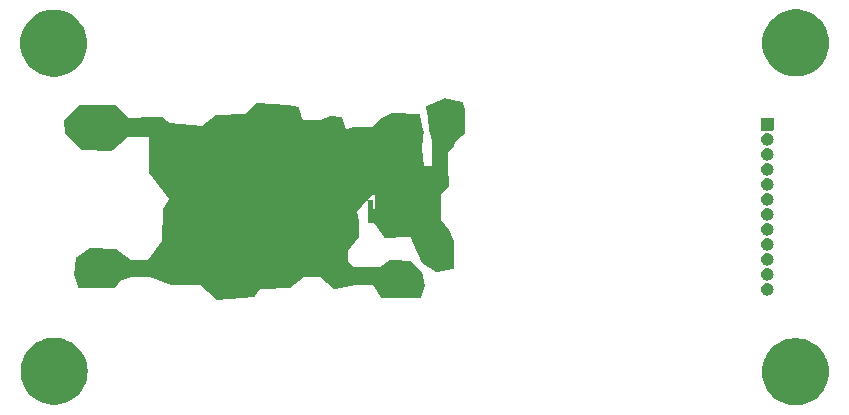
<source format=gbs>
%TF.GenerationSoftware,KiCad,Pcbnew,8.0.1*%
%TF.CreationDate,2024-09-25T00:59:11+02:00*%
%TF.ProjectId,speckle_amp_pcb_rev1,73706563-6b6c-4655-9f61-6d705f706362,rev?*%
%TF.SameCoordinates,Original*%
%TF.FileFunction,Soldermask,Bot*%
%TF.FilePolarity,Negative*%
%FSLAX46Y46*%
G04 Gerber Fmt 4.6, Leading zero omitted, Abs format (unit mm)*
G04 Created by KiCad (PCBNEW 8.0.1) date 2024-09-25 00:59:11*
%MOMM*%
%LPD*%
G01*
G04 APERTURE LIST*
G04 APERTURE END LIST*
G36*
X213243161Y-116203146D02*
G01*
X213564521Y-116279310D01*
X213874867Y-116392266D01*
X214170000Y-116540488D01*
X214445930Y-116721970D01*
X214698926Y-116934259D01*
X214925566Y-117174483D01*
X215122785Y-117439395D01*
X215287917Y-117725410D01*
X215418727Y-118028663D01*
X215513447Y-118345051D01*
X215570797Y-118670296D01*
X215590000Y-119000000D01*
X215570797Y-119329704D01*
X215513447Y-119654949D01*
X215418727Y-119971337D01*
X215287917Y-120274590D01*
X215122785Y-120560605D01*
X214925566Y-120825517D01*
X214698926Y-121065741D01*
X214445930Y-121278030D01*
X214170000Y-121459512D01*
X213874867Y-121607734D01*
X213564521Y-121720690D01*
X213243161Y-121796854D01*
X212915131Y-121835195D01*
X212584869Y-121835195D01*
X212256839Y-121796854D01*
X211935479Y-121720690D01*
X211625133Y-121607734D01*
X211330000Y-121459512D01*
X211054070Y-121278030D01*
X210801074Y-121065741D01*
X210574434Y-120825517D01*
X210377215Y-120560605D01*
X210212083Y-120274590D01*
X210081273Y-119971337D01*
X209986553Y-119654949D01*
X209929203Y-119329704D01*
X209910000Y-119000000D01*
X209929203Y-118670296D01*
X209986553Y-118345051D01*
X210081273Y-118028663D01*
X210212083Y-117725410D01*
X210377215Y-117439395D01*
X210574434Y-117174483D01*
X210801074Y-116934259D01*
X211054070Y-116721970D01*
X211330000Y-116540488D01*
X211625133Y-116392266D01*
X211935479Y-116279310D01*
X212256839Y-116203146D01*
X212584869Y-116164805D01*
X212915131Y-116164805D01*
X213243161Y-116203146D01*
G37*
G36*
X150468161Y-116178146D02*
G01*
X150789521Y-116254310D01*
X151099867Y-116367266D01*
X151395000Y-116515488D01*
X151670930Y-116696970D01*
X151923926Y-116909259D01*
X152150566Y-117149483D01*
X152347785Y-117414395D01*
X152512917Y-117700410D01*
X152643727Y-118003663D01*
X152738447Y-118320051D01*
X152795797Y-118645296D01*
X152815000Y-118975000D01*
X152795797Y-119304704D01*
X152738447Y-119629949D01*
X152643727Y-119946337D01*
X152512917Y-120249590D01*
X152347785Y-120535605D01*
X152150566Y-120800517D01*
X151923926Y-121040741D01*
X151670930Y-121253030D01*
X151395000Y-121434512D01*
X151099867Y-121582734D01*
X150789521Y-121695690D01*
X150468161Y-121771854D01*
X150140131Y-121810195D01*
X149809869Y-121810195D01*
X149481839Y-121771854D01*
X149160479Y-121695690D01*
X148850133Y-121582734D01*
X148555000Y-121434512D01*
X148279070Y-121253030D01*
X148026074Y-121040741D01*
X147799434Y-120800517D01*
X147602215Y-120535605D01*
X147437083Y-120249590D01*
X147306273Y-119946337D01*
X147211553Y-119629949D01*
X147154203Y-119304704D01*
X147135000Y-118975000D01*
X147154203Y-118645296D01*
X147211553Y-118320051D01*
X147306273Y-118003663D01*
X147437083Y-117700410D01*
X147602215Y-117414395D01*
X147799434Y-117149483D01*
X148026074Y-116909259D01*
X148279070Y-116696970D01*
X148555000Y-116515488D01*
X148850133Y-116367266D01*
X149160479Y-116254310D01*
X149481839Y-116178146D01*
X149809869Y-116139805D01*
X150140131Y-116139805D01*
X150468161Y-116178146D01*
G37*
G36*
X182969774Y-95871933D02*
G01*
X182969952Y-95871913D01*
X182971010Y-95872117D01*
X182971018Y-95872119D01*
X184513491Y-96170662D01*
X184513492Y-96170662D01*
X184519952Y-96171913D01*
X184548418Y-96187662D01*
X184567666Y-96197031D01*
X184569047Y-96199075D01*
X184576735Y-96203329D01*
X184599612Y-96241796D01*
X184799612Y-96841796D01*
X184805000Y-96875000D01*
X184805000Y-98775000D01*
X184794938Y-98805965D01*
X184788992Y-98828158D01*
X184786997Y-98830407D01*
X184784947Y-98836717D01*
X184763000Y-98859000D01*
X184508046Y-99050215D01*
X183992270Y-99437047D01*
X183983902Y-99447965D01*
X183927088Y-99590000D01*
X183797490Y-99913996D01*
X183778046Y-99945241D01*
X183660552Y-100075789D01*
X183359898Y-100409849D01*
X183353297Y-100426205D01*
X183329677Y-101111183D01*
X183308675Y-101720238D01*
X183305254Y-101819428D01*
X183305381Y-101822957D01*
X183431677Y-103001716D01*
X183454402Y-103213814D01*
X183447696Y-103245677D01*
X183444147Y-103268383D01*
X183442401Y-103270835D01*
X183441038Y-103277317D01*
X183421643Y-103301761D01*
X183247195Y-103464578D01*
X182714548Y-103961717D01*
X182706250Y-103981393D01*
X182717735Y-104509693D01*
X182754025Y-106179023D01*
X182759522Y-106194345D01*
X183382477Y-106985018D01*
X183394420Y-107004066D01*
X183844420Y-107929066D01*
X183855000Y-107975000D01*
X183855000Y-110200000D01*
X183844938Y-110230964D01*
X183839405Y-110251617D01*
X183837662Y-110253359D01*
X183834947Y-110261717D01*
X183814314Y-110276707D01*
X183799609Y-110291413D01*
X183787768Y-110295994D01*
X183782447Y-110299861D01*
X183772383Y-110302587D01*
X182397383Y-110602587D01*
X182364972Y-110599356D01*
X182340271Y-110598195D01*
X182336803Y-110596548D01*
X182332809Y-110596150D01*
X182317642Y-110587949D01*
X181167642Y-109837949D01*
X181136337Y-109800495D01*
X181128968Y-109792279D01*
X181128341Y-109790929D01*
X181128269Y-109790842D01*
X181127940Y-109790064D01*
X181127934Y-109790050D01*
X180401839Y-108070350D01*
X180213227Y-107623639D01*
X180187426Y-107606928D01*
X179813383Y-107615059D01*
X177977282Y-107654975D01*
X177946099Y-107645587D01*
X177924310Y-107640254D01*
X177922206Y-107638394D01*
X177915143Y-107636268D01*
X177889826Y-107611404D01*
X177886567Y-107606883D01*
X177886563Y-107606880D01*
X177118676Y-106541745D01*
X177118675Y-106541743D01*
X177114826Y-106536404D01*
X177104882Y-106505412D01*
X177095374Y-106480366D01*
X177095130Y-106475015D01*
X177095001Y-106474613D01*
X177095005Y-106473950D01*
X177119013Y-104073023D01*
X177099423Y-104046219D01*
X176949754Y-104000167D01*
X176921608Y-104007949D01*
X176811762Y-104130000D01*
X176570926Y-104397596D01*
X176543145Y-104428463D01*
X176578750Y-104491154D01*
X176587681Y-104489389D01*
X176589693Y-104488045D01*
X176605000Y-104485000D01*
X176955000Y-104485000D01*
X176970307Y-104488045D01*
X176983284Y-104496716D01*
X176991955Y-104509693D01*
X176995000Y-104525000D01*
X176995000Y-106375000D01*
X176991955Y-106390307D01*
X176983284Y-106403284D01*
X176970307Y-106411955D01*
X176955000Y-106415000D01*
X176605000Y-106415000D01*
X176589693Y-106411955D01*
X176576716Y-106403284D01*
X176568045Y-106390307D01*
X176565000Y-106375000D01*
X176565000Y-104525000D01*
X176565000Y-104500108D01*
X176500828Y-104475482D01*
X175668569Y-105400215D01*
X175667097Y-105401850D01*
X175660533Y-105422063D01*
X175754423Y-106314008D01*
X175755000Y-106325000D01*
X175755000Y-107625000D01*
X175744938Y-107655964D01*
X175738178Y-107681196D01*
X175735465Y-107685121D01*
X175734947Y-107686717D01*
X175731266Y-107691490D01*
X174860819Y-108755368D01*
X174855000Y-108771673D01*
X174855000Y-109577654D01*
X174860973Y-109594151D01*
X175291312Y-110110559D01*
X175311469Y-110120000D01*
X177559533Y-110120000D01*
X177573993Y-110115518D01*
X178415620Y-109538403D01*
X178446837Y-109529192D01*
X178471440Y-109520509D01*
X178476181Y-109520534D01*
X178477860Y-109520039D01*
X178484229Y-109520406D01*
X178688195Y-109538403D01*
X180177670Y-109669827D01*
X180184229Y-109670406D01*
X180214174Y-109683143D01*
X180238408Y-109691984D01*
X180241843Y-109694913D01*
X180243945Y-109695807D01*
X180250346Y-109701870D01*
X180830749Y-110299861D01*
X181005798Y-110480215D01*
X181075346Y-110551870D01*
X181101997Y-110600067D01*
X181376997Y-111725067D01*
X181374328Y-111768769D01*
X181373976Y-111784731D01*
X181373214Y-111787007D01*
X181373205Y-111787159D01*
X181023205Y-112712159D01*
X181002838Y-112737556D01*
X180990352Y-112754917D01*
X180988104Y-112755930D01*
X180982608Y-112762785D01*
X180953851Y-112771378D01*
X180937313Y-112778837D01*
X180925752Y-112779774D01*
X180925000Y-112780000D01*
X180922980Y-112780000D01*
X177756582Y-112780000D01*
X177750000Y-112780000D01*
X177719041Y-112769941D01*
X177697683Y-112764218D01*
X177695727Y-112762365D01*
X177688283Y-112759947D01*
X177662051Y-112732358D01*
X177288545Y-112159649D01*
X176950994Y-111642072D01*
X176928709Y-111630000D01*
X175438063Y-111630000D01*
X175433080Y-111630499D01*
X173720879Y-111977903D01*
X173688527Y-111974199D01*
X173665405Y-111972773D01*
X173662725Y-111971246D01*
X173656406Y-111970523D01*
X173631370Y-111954466D01*
X173627679Y-111951279D01*
X173627678Y-111951278D01*
X172568202Y-111036276D01*
X172551333Y-111030000D01*
X171048076Y-111030000D01*
X171031372Y-111036139D01*
X170068003Y-111855004D01*
X170037888Y-111867394D01*
X170013839Y-111878796D01*
X170008675Y-111879414D01*
X170007991Y-111879696D01*
X170006048Y-111879826D01*
X167467904Y-112026257D01*
X167448219Y-112036976D01*
X167009776Y-112636952D01*
X166983384Y-112656015D01*
X166964891Y-112670907D01*
X166961656Y-112671710D01*
X166957171Y-112674950D01*
X166932422Y-112679737D01*
X163757422Y-112904737D01*
X163725826Y-112896890D01*
X163701981Y-112892279D01*
X163699023Y-112890234D01*
X163694442Y-112889097D01*
X163677905Y-112876336D01*
X163675139Y-112873724D01*
X163675135Y-112873721D01*
X162365746Y-111637075D01*
X162347951Y-111630000D01*
X159900000Y-111630000D01*
X159866796Y-111624612D01*
X158086832Y-111031290D01*
X158078877Y-111030000D01*
X156522658Y-111030000D01*
X156514149Y-111031481D01*
X155591202Y-111362795D01*
X155580957Y-111369655D01*
X155366456Y-111606734D01*
X155127861Y-111870446D01*
X155099611Y-111886665D01*
X155079219Y-111899839D01*
X155075669Y-111900412D01*
X155071584Y-111902758D01*
X155050897Y-111904996D01*
X152125897Y-111929996D01*
X152094849Y-111920200D01*
X152074148Y-111914843D01*
X152072389Y-111913114D01*
X152064011Y-111910471D01*
X152047062Y-111888217D01*
X152032834Y-111874230D01*
X152026990Y-111861862D01*
X152026392Y-111861076D01*
X151810577Y-111271183D01*
X151653497Y-110841831D01*
X151653496Y-110841829D01*
X151651392Y-110836076D01*
X151645985Y-110785653D01*
X151646822Y-110779582D01*
X151845085Y-109342172D01*
X151845086Y-109342169D01*
X151845985Y-109335653D01*
X151860170Y-109306379D01*
X151869311Y-109284690D01*
X151871722Y-109282538D01*
X151874283Y-109277254D01*
X151895406Y-109260309D01*
X151899289Y-109257945D01*
X151899293Y-109257942D01*
X153039784Y-108563731D01*
X153039784Y-108563730D01*
X153045406Y-108560309D01*
X153100161Y-108546042D01*
X153103409Y-108545091D01*
X153103803Y-108545093D01*
X153103886Y-108545072D01*
X153104610Y-108545098D01*
X153104636Y-108545099D01*
X155122310Y-108619828D01*
X155122311Y-108619828D01*
X155128886Y-108620072D01*
X155183244Y-108637635D01*
X155185928Y-108639424D01*
X155185930Y-108639425D01*
X156500355Y-109515709D01*
X156514527Y-109520000D01*
X157908291Y-109520000D01*
X157929625Y-109509172D01*
X159091257Y-107920817D01*
X159096179Y-107906435D01*
X159169856Y-105278639D01*
X159169856Y-105278637D01*
X159170041Y-105272057D01*
X159187635Y-105216756D01*
X159188857Y-105214921D01*
X159188859Y-105214918D01*
X159648805Y-104525000D01*
X159733740Y-104397595D01*
X159732300Y-104364928D01*
X158072222Y-102295845D01*
X158072221Y-102295842D01*
X158068102Y-102290709D01*
X158056575Y-102260271D01*
X158046004Y-102236236D01*
X158045632Y-102231375D01*
X158045120Y-102230021D01*
X158045000Y-102225000D01*
X158045000Y-99134289D01*
X158015711Y-99105000D01*
X156226113Y-99105000D01*
X156208570Y-99111851D01*
X154971157Y-100252212D01*
X154941555Y-100265803D01*
X154919218Y-100277513D01*
X154915106Y-100277948D01*
X154912183Y-100279291D01*
X154898960Y-100279995D01*
X152373960Y-100254995D01*
X152343092Y-100244626D01*
X152318707Y-100237833D01*
X152315359Y-100235311D01*
X152312445Y-100234332D01*
X152302825Y-100226261D01*
X150902825Y-98901261D01*
X150887261Y-98872687D01*
X150874276Y-98851561D01*
X150873674Y-98847743D01*
X150871784Y-98844273D01*
X150870028Y-98827441D01*
X150869352Y-98798400D01*
X150845181Y-97759023D01*
X150845181Y-97759022D01*
X150845028Y-97752441D01*
X150854360Y-97721269D01*
X150860193Y-97697284D01*
X150862456Y-97694229D01*
X150863641Y-97690274D01*
X150874992Y-97676523D01*
X150877398Y-97674066D01*
X150877401Y-97674063D01*
X152070385Y-96456225D01*
X152070387Y-96456223D01*
X152074992Y-96451523D01*
X152103824Y-96436455D01*
X152125109Y-96423873D01*
X152128895Y-96423354D01*
X152132506Y-96421468D01*
X152150000Y-96420000D01*
X155075000Y-96420000D01*
X155105958Y-96430058D01*
X155130508Y-96436637D01*
X155133938Y-96439150D01*
X155136717Y-96440053D01*
X155145876Y-96447530D01*
X156282878Y-97487766D01*
X156300583Y-97494555D01*
X158306006Y-97477117D01*
X159117504Y-97470061D01*
X159124087Y-97470004D01*
X159160026Y-97481059D01*
X159181316Y-97486566D01*
X159184578Y-97488611D01*
X159184767Y-97488670D01*
X159185691Y-97489310D01*
X159185693Y-97489311D01*
X159807628Y-97919880D01*
X159819300Y-97924242D01*
X162457829Y-98214722D01*
X162476851Y-98209226D01*
X163654461Y-97271944D01*
X163654463Y-97271943D01*
X163659612Y-97267845D01*
X163690086Y-97256440D01*
X163714566Y-97245788D01*
X163719805Y-97245319D01*
X163720389Y-97245101D01*
X163721883Y-97245046D01*
X163723345Y-97245002D01*
X163723363Y-97245001D01*
X166192857Y-97171650D01*
X166210947Y-97163548D01*
X167069249Y-96257563D01*
X167069252Y-96257560D01*
X167073775Y-96252787D01*
X167102353Y-96237238D01*
X167122502Y-96224869D01*
X167125760Y-96224504D01*
X167130779Y-96221774D01*
X167156919Y-96220228D01*
X167161357Y-96220521D01*
X167161358Y-96220521D01*
X169805057Y-96395105D01*
X169806919Y-96395228D01*
X169822438Y-96397425D01*
X169824258Y-96397823D01*
X169824257Y-96397823D01*
X170616007Y-96571018D01*
X170622438Y-96572425D01*
X170650537Y-96588870D01*
X170669530Y-96598690D01*
X170670859Y-96600764D01*
X170678445Y-96605204D01*
X170700057Y-96643164D01*
X170702045Y-96649412D01*
X170702046Y-96649414D01*
X170900124Y-97271944D01*
X170990162Y-97554923D01*
X171020644Y-97650722D01*
X171047008Y-97670000D01*
X172527699Y-97670000D01*
X172536080Y-97668564D01*
X173360348Y-97377646D01*
X173360352Y-97377645D01*
X173365054Y-97375986D01*
X173406166Y-97370181D01*
X173411147Y-97370474D01*
X173411148Y-97370474D01*
X174249596Y-97419794D01*
X174249597Y-97419794D01*
X174256166Y-97420181D01*
X174286466Y-97432035D01*
X174306778Y-97438779D01*
X174308417Y-97440623D01*
X174316599Y-97443824D01*
X174337524Y-97473368D01*
X174345824Y-97482706D01*
X174348443Y-97488785D01*
X174348678Y-97489117D01*
X174421826Y-97690274D01*
X174703060Y-98463668D01*
X174740392Y-98481220D01*
X175310637Y-98277562D01*
X175310640Y-98277561D01*
X175314685Y-98276117D01*
X175350000Y-98270000D01*
X176852654Y-98270000D01*
X176869151Y-98264027D01*
X177730333Y-97546375D01*
X177730343Y-97546368D01*
X177732781Y-97544337D01*
X177755291Y-97529994D01*
X177758166Y-97528640D01*
X177758174Y-97528636D01*
X178600033Y-97132467D01*
X178600038Y-97132465D01*
X178605291Y-97129994D01*
X178652386Y-97120027D01*
X178658194Y-97120159D01*
X180845803Y-97169877D01*
X180845804Y-97169877D01*
X180852386Y-97170027D01*
X180883108Y-97180786D01*
X180903636Y-97186790D01*
X180905339Y-97188572D01*
X180913632Y-97191477D01*
X180928146Y-97212440D01*
X180942755Y-97227729D01*
X180947541Y-97240454D01*
X180950572Y-97244831D01*
X180952500Y-97252222D01*
X181252500Y-98602222D01*
X181254751Y-98632224D01*
X181216957Y-99180238D01*
X181155472Y-100071765D01*
X181155519Y-100075789D01*
X181293345Y-101568890D01*
X181321976Y-101595000D01*
X181903878Y-101595000D01*
X181911836Y-101593708D01*
X181950037Y-101580973D01*
X181968942Y-101554435D01*
X181945163Y-99390521D01*
X181944499Y-99385058D01*
X181885494Y-99134289D01*
X181747791Y-98549049D01*
X181745852Y-98538352D01*
X181615514Y-97521716D01*
X181496689Y-96594882D01*
X181496689Y-96594881D01*
X181495852Y-96588352D01*
X181501893Y-96556364D01*
X181504757Y-96535169D01*
X181506264Y-96533217D01*
X181507895Y-96524586D01*
X181526444Y-96507101D01*
X181539771Y-96489856D01*
X181553145Y-96481935D01*
X181555118Y-96480076D01*
X181557355Y-96479050D01*
X181560008Y-96477870D01*
X181560013Y-96477868D01*
X182901340Y-95881723D01*
X182901341Y-95881722D01*
X182907355Y-95879050D01*
X182946815Y-95874550D01*
X182966509Y-95871445D01*
X182969774Y-95871933D01*
G37*
G36*
X210489762Y-111498400D02*
G01*
X210620000Y-111552346D01*
X210731838Y-111638162D01*
X210817654Y-111750000D01*
X210871600Y-111880238D01*
X210890000Y-112020000D01*
X210871600Y-112159762D01*
X210817654Y-112290000D01*
X210731838Y-112401838D01*
X210620000Y-112487654D01*
X210489762Y-112541600D01*
X210350000Y-112560000D01*
X210210238Y-112541600D01*
X210080000Y-112487654D01*
X209968162Y-112401838D01*
X209882346Y-112290000D01*
X209828400Y-112159762D01*
X209810000Y-112020000D01*
X209828400Y-111880238D01*
X209882346Y-111750000D01*
X209968162Y-111638162D01*
X210080000Y-111552346D01*
X210210238Y-111498400D01*
X210350000Y-111480000D01*
X210489762Y-111498400D01*
G37*
G36*
X210489762Y-110228400D02*
G01*
X210620000Y-110282346D01*
X210731838Y-110368162D01*
X210817654Y-110480000D01*
X210871600Y-110610238D01*
X210890000Y-110750000D01*
X210871600Y-110889762D01*
X210817654Y-111020000D01*
X210731838Y-111131838D01*
X210620000Y-111217654D01*
X210489762Y-111271600D01*
X210350000Y-111290000D01*
X210210238Y-111271600D01*
X210080000Y-111217654D01*
X209968162Y-111131838D01*
X209882346Y-111020000D01*
X209828400Y-110889762D01*
X209810000Y-110750000D01*
X209828400Y-110610238D01*
X209882346Y-110480000D01*
X209968162Y-110368162D01*
X210080000Y-110282346D01*
X210210238Y-110228400D01*
X210350000Y-110210000D01*
X210489762Y-110228400D01*
G37*
G36*
X210489762Y-108958400D02*
G01*
X210620000Y-109012346D01*
X210731838Y-109098162D01*
X210817654Y-109210000D01*
X210871600Y-109340238D01*
X210890000Y-109480000D01*
X210871600Y-109619762D01*
X210817654Y-109750000D01*
X210731838Y-109861838D01*
X210620000Y-109947654D01*
X210489762Y-110001600D01*
X210350000Y-110020000D01*
X210210238Y-110001600D01*
X210080000Y-109947654D01*
X209968162Y-109861838D01*
X209882346Y-109750000D01*
X209828400Y-109619762D01*
X209810000Y-109480000D01*
X209828400Y-109340238D01*
X209882346Y-109210000D01*
X209968162Y-109098162D01*
X210080000Y-109012346D01*
X210210238Y-108958400D01*
X210350000Y-108940000D01*
X210489762Y-108958400D01*
G37*
G36*
X210489762Y-107688400D02*
G01*
X210620000Y-107742346D01*
X210731838Y-107828162D01*
X210817654Y-107940000D01*
X210871600Y-108070238D01*
X210890000Y-108210000D01*
X210871600Y-108349762D01*
X210817654Y-108480000D01*
X210731838Y-108591838D01*
X210620000Y-108677654D01*
X210489762Y-108731600D01*
X210350000Y-108750000D01*
X210210238Y-108731600D01*
X210080000Y-108677654D01*
X209968162Y-108591838D01*
X209882346Y-108480000D01*
X209828400Y-108349762D01*
X209810000Y-108210000D01*
X209828400Y-108070238D01*
X209882346Y-107940000D01*
X209968162Y-107828162D01*
X210080000Y-107742346D01*
X210210238Y-107688400D01*
X210350000Y-107670000D01*
X210489762Y-107688400D01*
G37*
G36*
X210489762Y-106418400D02*
G01*
X210620000Y-106472346D01*
X210731838Y-106558162D01*
X210817654Y-106670000D01*
X210871600Y-106800238D01*
X210890000Y-106940000D01*
X210871600Y-107079762D01*
X210817654Y-107210000D01*
X210731838Y-107321838D01*
X210620000Y-107407654D01*
X210489762Y-107461600D01*
X210350000Y-107480000D01*
X210210238Y-107461600D01*
X210080000Y-107407654D01*
X209968162Y-107321838D01*
X209882346Y-107210000D01*
X209828400Y-107079762D01*
X209810000Y-106940000D01*
X209828400Y-106800238D01*
X209882346Y-106670000D01*
X209968162Y-106558162D01*
X210080000Y-106472346D01*
X210210238Y-106418400D01*
X210350000Y-106400000D01*
X210489762Y-106418400D01*
G37*
G36*
X210489762Y-105148400D02*
G01*
X210620000Y-105202346D01*
X210731838Y-105288162D01*
X210817654Y-105400000D01*
X210871600Y-105530238D01*
X210890000Y-105670000D01*
X210871600Y-105809762D01*
X210817654Y-105940000D01*
X210731838Y-106051838D01*
X210620000Y-106137654D01*
X210489762Y-106191600D01*
X210350000Y-106210000D01*
X210210238Y-106191600D01*
X210080000Y-106137654D01*
X209968162Y-106051838D01*
X209882346Y-105940000D01*
X209828400Y-105809762D01*
X209810000Y-105670000D01*
X209828400Y-105530238D01*
X209882346Y-105400000D01*
X209968162Y-105288162D01*
X210080000Y-105202346D01*
X210210238Y-105148400D01*
X210350000Y-105130000D01*
X210489762Y-105148400D01*
G37*
G36*
X210489762Y-103878400D02*
G01*
X210620000Y-103932346D01*
X210731838Y-104018162D01*
X210817654Y-104130000D01*
X210871600Y-104260238D01*
X210890000Y-104400000D01*
X210871600Y-104539762D01*
X210817654Y-104670000D01*
X210731838Y-104781838D01*
X210620000Y-104867654D01*
X210489762Y-104921600D01*
X210350000Y-104940000D01*
X210210238Y-104921600D01*
X210080000Y-104867654D01*
X209968162Y-104781838D01*
X209882346Y-104670000D01*
X209828400Y-104539762D01*
X209810000Y-104400000D01*
X209828400Y-104260238D01*
X209882346Y-104130000D01*
X209968162Y-104018162D01*
X210080000Y-103932346D01*
X210210238Y-103878400D01*
X210350000Y-103860000D01*
X210489762Y-103878400D01*
G37*
G36*
X210489762Y-102608400D02*
G01*
X210620000Y-102662346D01*
X210731838Y-102748162D01*
X210817654Y-102860000D01*
X210871600Y-102990238D01*
X210890000Y-103130000D01*
X210871600Y-103269762D01*
X210817654Y-103400000D01*
X210731838Y-103511838D01*
X210620000Y-103597654D01*
X210489762Y-103651600D01*
X210350000Y-103670000D01*
X210210238Y-103651600D01*
X210080000Y-103597654D01*
X209968162Y-103511838D01*
X209882346Y-103400000D01*
X209828400Y-103269762D01*
X209810000Y-103130000D01*
X209828400Y-102990238D01*
X209882346Y-102860000D01*
X209968162Y-102748162D01*
X210080000Y-102662346D01*
X210210238Y-102608400D01*
X210350000Y-102590000D01*
X210489762Y-102608400D01*
G37*
G36*
X210489762Y-101338400D02*
G01*
X210620000Y-101392346D01*
X210731838Y-101478162D01*
X210817654Y-101590000D01*
X210871600Y-101720238D01*
X210890000Y-101860000D01*
X210871600Y-101999762D01*
X210817654Y-102130000D01*
X210731838Y-102241838D01*
X210620000Y-102327654D01*
X210489762Y-102381600D01*
X210350000Y-102400000D01*
X210210238Y-102381600D01*
X210080000Y-102327654D01*
X209968162Y-102241838D01*
X209882346Y-102130000D01*
X209828400Y-101999762D01*
X209810000Y-101860000D01*
X209828400Y-101720238D01*
X209882346Y-101590000D01*
X209968162Y-101478162D01*
X210080000Y-101392346D01*
X210210238Y-101338400D01*
X210350000Y-101320000D01*
X210489762Y-101338400D01*
G37*
G36*
X210489762Y-100068400D02*
G01*
X210620000Y-100122346D01*
X210731838Y-100208162D01*
X210817654Y-100320000D01*
X210871600Y-100450238D01*
X210890000Y-100590000D01*
X210871600Y-100729762D01*
X210817654Y-100860000D01*
X210731838Y-100971838D01*
X210620000Y-101057654D01*
X210489762Y-101111600D01*
X210350000Y-101130000D01*
X210210238Y-101111600D01*
X210080000Y-101057654D01*
X209968162Y-100971838D01*
X209882346Y-100860000D01*
X209828400Y-100729762D01*
X209810000Y-100590000D01*
X209828400Y-100450238D01*
X209882346Y-100320000D01*
X209968162Y-100208162D01*
X210080000Y-100122346D01*
X210210238Y-100068400D01*
X210350000Y-100050000D01*
X210489762Y-100068400D01*
G37*
G36*
X210489762Y-98798400D02*
G01*
X210620000Y-98852346D01*
X210731838Y-98938162D01*
X210817654Y-99050000D01*
X210871600Y-99180238D01*
X210890000Y-99320000D01*
X210871600Y-99459762D01*
X210817654Y-99590000D01*
X210731838Y-99701838D01*
X210620000Y-99787654D01*
X210489762Y-99841600D01*
X210350000Y-99860000D01*
X210210238Y-99841600D01*
X210080000Y-99787654D01*
X209968162Y-99701838D01*
X209882346Y-99590000D01*
X209828400Y-99459762D01*
X209810000Y-99320000D01*
X209828400Y-99180238D01*
X209882346Y-99050000D01*
X209968162Y-98938162D01*
X210080000Y-98852346D01*
X210210238Y-98798400D01*
X210350000Y-98780000D01*
X210489762Y-98798400D01*
G37*
G36*
X210865307Y-97513045D02*
G01*
X210878284Y-97521716D01*
X210886955Y-97534693D01*
X210890000Y-97550000D01*
X210890000Y-98550000D01*
X210886955Y-98565307D01*
X210878284Y-98578284D01*
X210865307Y-98586955D01*
X210850000Y-98590000D01*
X209850000Y-98590000D01*
X209834693Y-98586955D01*
X209821716Y-98578284D01*
X209813045Y-98565307D01*
X209810000Y-98550000D01*
X209810000Y-97550000D01*
X209813045Y-97534693D01*
X209821716Y-97521716D01*
X209834693Y-97513045D01*
X209850000Y-97510000D01*
X210850000Y-97510000D01*
X210865307Y-97513045D01*
G37*
G36*
X150443161Y-88403146D02*
G01*
X150764521Y-88479310D01*
X151074867Y-88592266D01*
X151370000Y-88740488D01*
X151645930Y-88921970D01*
X151898926Y-89134259D01*
X152125566Y-89374483D01*
X152322785Y-89639395D01*
X152487917Y-89925410D01*
X152618727Y-90228663D01*
X152713447Y-90545051D01*
X152770797Y-90870296D01*
X152790000Y-91200000D01*
X152770797Y-91529704D01*
X152713447Y-91854949D01*
X152618727Y-92171337D01*
X152487917Y-92474590D01*
X152322785Y-92760605D01*
X152125566Y-93025517D01*
X151898926Y-93265741D01*
X151645930Y-93478030D01*
X151370000Y-93659512D01*
X151074867Y-93807734D01*
X150764521Y-93920690D01*
X150443161Y-93996854D01*
X150115131Y-94035195D01*
X149784869Y-94035195D01*
X149456839Y-93996854D01*
X149135479Y-93920690D01*
X148825133Y-93807734D01*
X148530000Y-93659512D01*
X148254070Y-93478030D01*
X148001074Y-93265741D01*
X147774434Y-93025517D01*
X147577215Y-92760605D01*
X147412083Y-92474590D01*
X147281273Y-92171337D01*
X147186553Y-91854949D01*
X147129203Y-91529704D01*
X147110000Y-91200000D01*
X147129203Y-90870296D01*
X147186553Y-90545051D01*
X147281273Y-90228663D01*
X147412083Y-89925410D01*
X147577215Y-89639395D01*
X147774434Y-89374483D01*
X148001074Y-89134259D01*
X148254070Y-88921970D01*
X148530000Y-88740488D01*
X148825133Y-88592266D01*
X149135479Y-88479310D01*
X149456839Y-88403146D01*
X149784869Y-88364805D01*
X150115131Y-88364805D01*
X150443161Y-88403146D01*
G37*
G36*
X213268161Y-88378146D02*
G01*
X213589521Y-88454310D01*
X213899867Y-88567266D01*
X214195000Y-88715488D01*
X214470930Y-88896970D01*
X214723926Y-89109259D01*
X214950566Y-89349483D01*
X215147785Y-89614395D01*
X215312917Y-89900410D01*
X215443727Y-90203663D01*
X215538447Y-90520051D01*
X215595797Y-90845296D01*
X215615000Y-91175000D01*
X215595797Y-91504704D01*
X215538447Y-91829949D01*
X215443727Y-92146337D01*
X215312917Y-92449590D01*
X215147785Y-92735605D01*
X214950566Y-93000517D01*
X214723926Y-93240741D01*
X214470930Y-93453030D01*
X214195000Y-93634512D01*
X213899867Y-93782734D01*
X213589521Y-93895690D01*
X213268161Y-93971854D01*
X212940131Y-94010195D01*
X212609869Y-94010195D01*
X212281839Y-93971854D01*
X211960479Y-93895690D01*
X211650133Y-93782734D01*
X211355000Y-93634512D01*
X211079070Y-93453030D01*
X210826074Y-93240741D01*
X210599434Y-93000517D01*
X210402215Y-92735605D01*
X210237083Y-92449590D01*
X210106273Y-92146337D01*
X210011553Y-91829949D01*
X209954203Y-91504704D01*
X209935000Y-91175000D01*
X209954203Y-90845296D01*
X210011553Y-90520051D01*
X210106273Y-90203663D01*
X210237083Y-89900410D01*
X210402215Y-89614395D01*
X210599434Y-89349483D01*
X210826074Y-89109259D01*
X211079070Y-88896970D01*
X211355000Y-88715488D01*
X211650133Y-88567266D01*
X211960479Y-88454310D01*
X212281839Y-88378146D01*
X212609869Y-88339805D01*
X212940131Y-88339805D01*
X213268161Y-88378146D01*
G37*
M02*

</source>
